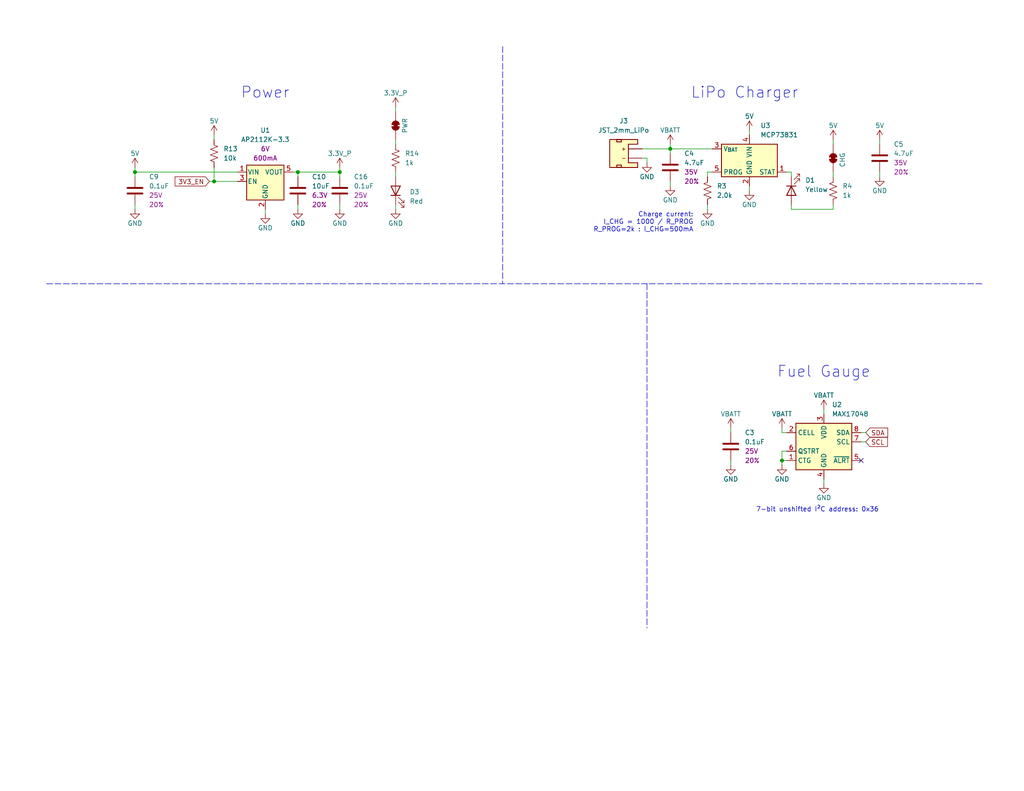
<source format=kicad_sch>
(kicad_sch (version 20231120) (generator "eeschema") (generator_version "8.0")
  (paper "USLetter")
  (lib_symbols
    (symbol "SparkFun-Capacitor:0.1uF_0603_25V_20%" (pin_numbers hide) (pin_names (offset 0.254))
      (property "Reference" "C" (at 0.635 2.54 0))
      (property "Value" "0.1uF" (at 0.635 -2.54 0))
      (property "Voltage" "25V" (at 0 -6.35 0))
      (property "Tolerance" "20%" (at 0 -8.89 0))
      (symbol "0.1uF_0603_25V_20%_0_1"
        (polyline (pts (xy -2.032 -0.762) (xy 2.032 -0.762)) (stroke (width 0.508)))
        (polyline (pts (xy -2.032 0.762) (xy 2.032 0.762)) (stroke (width 0.508)))
      )
      (symbol "0.1uF_0603_25V_20%_1_1"
        (pin passive line (at 0 3.81 270) (length 2.794) (name "~") (number "1"))
        (pin passive line (at 0 -3.81 90) (length 2.794) (name "~") (number "2"))
      )
    )
    (symbol "SparkFun-Capacitor:10uF_0603_6.3V_20%" (pin_numbers hide) (pin_names (offset 0.254))
      (property "Reference" "C" (at 0.635 2.54 0))
      (property "Value" "10uF" (at 0.635 -2.54 0))
      (property "Voltage" "6.3V" (at 0 -6.35 0))
      (property "Tolerance" "20%" (at 0 -8.89 0))
      (symbol "10uF_0603_6.3V_20%_0_1"
        (polyline (pts (xy -2.032 -0.762) (xy 2.032 -0.762)) (stroke (width 0.508)))
        (polyline (pts (xy -2.032 0.762) (xy 2.032 0.762)) (stroke (width 0.508)))
      )
      (symbol "10uF_0603_6.3V_20%_1_1"
        (pin passive line (at 0 3.81 270) (length 2.794) (name "~") (number "1"))
        (pin passive line (at 0 -3.81 90) (length 2.794) (name "~") (number "2"))
      )
    )
    (symbol "SparkFun-Capacitor:4.7uF_0603_35V_20%" (pin_numbers hide) (pin_names (offset 0.254))
      (property "Reference" "C" (at 0.635 2.54 0))
      (property "Value" "4.7uF" (at 0.635 -2.54 0))
      (property "Voltage" "35V" (at 0 -6.35 0))
      (property "Tolerance" "20%" (at 0 -8.89 0))
      (symbol "4.7uF_0603_35V_20%_0_1"
        (polyline (pts (xy -2.032 -0.762) (xy 2.032 -0.762)) (stroke (width 0.508)))
        (polyline (pts (xy -2.032 0.762) (xy 2.032 0.762)) (stroke (width 0.508)))
      )
      (symbol "4.7uF_0603_35V_20%_1_1"
        (pin passive line (at 0 3.81 270) (length 2.794) (name "~") (number "1"))
        (pin passive line (at 0 -3.81 90) (length 2.794) (name "~") (number "2"))
      )
    )
    (symbol "SparkFun-Connector:Conn_01x02_JST_2mm_LiPo" (pin_numbers hide) (pin_names (offset 1.016) hide)
      (property "Reference" "J" (at 0 5.08 0))
      (property "Value" "JST_2mm_LiPo" (at 0 -8.89 0))
      (symbol "Conn_01x02_JST_2mm_LiPo_1_1"
        (polyline (pts (xy -1.27 1.27) (xy -3.81 1.27) (xy -3.81 2.54) (xy 3.81 2.54) (xy 3.81 -5.08) (xy -3.81 -5.08) (xy -3.81 -3.81) (xy -1.27 -3.81) (xy -1.27 1.27)) (stroke (width 0.254)) (fill (type background)))
        (rectangle (start 0.635 -4.445) (end 1.905 -5.08) (stroke (width 0.254)))
        (rectangle (start 0.635 2.54) (end 1.905 1.905) (stroke (width 0.254)))
        (text "+" (at 0 0 0) (effects (font (size 1 1))))
        (text "-" (at 0 -2.54 0) (effects (font (size 1 1))))
        (pin passive line (at -5.08 -2.54 0) (length 3.81) (name "-") (number "1"))
        (pin passive line (at -5.08 0 0) (length 3.81) (name "+") (number "2"))
        (pin no_connect line (at 1.27 -1.27 0) (length 2.54) hide (name "NC1") (number "NC1"))
        (pin no_connect line (at 1.27 -1.27 0) (length 2.54) hide (name "NC2") (number "NC2"))
      )
    )
    (symbol "SparkFun-IC-Power:MAX17048"
      (property "Reference" "U" (at -6.35 7.62 0))
      (property "Value" "MAX17048" (at 2.54 7.62 0))
      (symbol "MAX17048_0_1"
        (rectangle (start -7.62 6.35) (end 7.62 -6.35) (stroke (width 0.254)) (fill (type background)))
      )
      (symbol "MAX17048_1_1"
        (pin input line (at -10.16 -3.81 0) (length 2.54) (name "CTG") (number "1"))
        (pin power_in line (at -10.16 3.81 0) (length 2.54) (name "CELL") (number "2"))
        (pin power_in line (at 0 8.89 270) (length 2.54) (name "VDD") (number "3"))
        (pin power_in line (at 0 -8.89 90) (length 2.54) (name "GND") (number "4"))
        (pin output line (at 10.16 -3.81 180) (length 2.54) (name "~{ALRT}") (number "5"))
        (pin input line (at -10.16 -1.27 0) (length 2.54) (name "QSTRT") (number "6"))
        (pin bidirectional line (at 10.16 1.27 180) (length 2.54) (name "SCL") (number "7"))
        (pin bidirectional line (at 10.16 3.81 180) (length 2.54) (name "SDA") (number "8"))
        (pin power_in line (at 0 -8.89 90) (length 2.54) hide (name "GND") (number "9"))
      )
    )
    (symbol "SparkFun-IC-Power:MCP73831"
      (property "Reference" "U" (at -7.62 6.35 0))
      (property "Value" "MCP73831" (at 1.27 6.35 0))
      (symbol "MCP73831_0_1"
        (rectangle (start -7.62 5.08) (end 7.62 -3.81) (stroke (width 0.254)) (fill (type background)))
      )
      (symbol "MCP73831_1_1"
        (pin output line (at -10.16 -2.54 0) (length 2.54) (name "STAT") (number "1"))
        (pin power_in line (at 0 -6.35 90) (length 2.54) (name "GND") (number "2"))
        (pin power_out line (at 10.16 3.81 180) (length 2.54) (name "V_{BAT}") (number "3"))
        (pin power_in line (at 0 7.62 270) (length 2.54) (name "VIN") (number "4"))
        (pin input line (at 10.16 -2.54 180) (length 2.54) (name "PROG") (number "5"))
      )
    )
    (symbol "SparkFun-Jumper:SolderJumper_2_Bridged" (pin_numbers hide) (pin_names (offset 0) hide)
      (property "Reference" "JP" (at 0 2.032 0))
      (property "Value" "~" (at 0 -2.54 0))
      (symbol "SolderJumper_2_Bridged_0_1"
        (rectangle (start -0.508 0.508) (end 0.508 -0.508) (fill (type outline)))
        (arc (start -0.254 1.016) (mid -1.2656 0) (end -0.254 -1.016))
        (arc (start -0.254 1.016) (mid -1.2656 0) (end -0.254 -1.016) (fill (type outline)))
        (polyline (pts (xy -0.254 1.016) (xy -0.254 -1.016)))
        (polyline (pts (xy 0.254 1.016) (xy 0.254 -1.016)))
        (arc (start 0.254 -1.016) (mid 1.2656 0) (end 0.254 1.016))
        (arc (start 0.254 -1.016) (mid 1.2656 0) (end 0.254 1.016) (fill (type outline)))
      )
      (symbol "SolderJumper_2_Bridged_1_1"
        (pin passive line (at -3.81 0 0) (length 2.54) (name "A") (number "1"))
        (pin passive line (at 3.81 0 180) (length 2.54) (name "B") (number "2"))
      )
    )
    (symbol "SparkFun-LED:LED_Red_0603" (pin_numbers hide) (pin_names (offset 1.016) hide)
      (property "Reference" "D" (at 0 2.54 0))
      (property "Value" "Red" (at 0 -2.54 0))
      (symbol "LED_Red_0603_0_1"
        (polyline (pts (xy -1.27 -1.27) (xy -1.27 1.27)) (stroke (width 0.254)))
        (polyline (pts (xy -1.27 0) (xy 1.27 0)))
        (polyline (pts (xy 1.27 -1.27) (xy 1.27 1.27) (xy -1.27 0) (xy 1.27 -1.27)) (stroke (width 0.254)))
        (polyline (pts (xy -3.048 -0.762) (xy -4.572 -2.286) (xy -3.81 -2.286) (xy -4.572 -2.286) (xy -4.572 -1.524)))
        (polyline (pts (xy -1.778 -0.762) (xy -3.302 -2.286) (xy -2.54 -2.286) (xy -3.302 -2.286) (xy -3.302 -1.524)))
      )
      (symbol "LED_Red_0603_1_1"
        (pin passive line (at -3.81 0 0) (length 2.54) (name "K") (number "1"))
        (pin passive line (at 3.81 0 180) (length 2.54) (name "A") (number "2"))
      )
    )
    (symbol "SparkFun-LED:LED_Yellow_0603" (pin_numbers hide) (pin_names (offset 1.016) hide)
      (property "Reference" "D" (at 0 2.54 0))
      (property "Value" "Yellow" (at 0 -2.54 0))
      (symbol "LED_Yellow_0603_0_1"
        (polyline (pts (xy -1.27 -1.27) (xy -1.27 1.27)) (stroke (width 0.254)))
        (polyline (pts (xy -1.27 0) (xy 1.27 0)))
        (polyline (pts (xy 1.27 -1.27) (xy 1.27 1.27) (xy -1.27 0) (xy 1.27 -1.27)) (stroke (width 0.254)))
        (polyline (pts (xy -3.048 -0.762) (xy -4.572 -2.286) (xy -3.81 -2.286) (xy -4.572 -2.286) (xy -4.572 -1.524)))
        (polyline (pts (xy -1.778 -0.762) (xy -3.302 -2.286) (xy -2.54 -2.286) (xy -3.302 -2.286) (xy -3.302 -1.524)))
      )
      (symbol "LED_Yellow_0603_1_1"
        (pin passive line (at -3.81 0 0) (length 2.54) (name "K") (number "1"))
        (pin passive line (at 3.81 0 180) (length 2.54) (name "A") (number "2"))
      )
    )
    (symbol "SparkFun-PowerSymbol:3.3V_P" (power) (pin_names (offset 0))
      (property "Value" "3.3V_P" (at 0 3.81 0))
      (symbol "3.3V_P_0_1"
        (polyline (pts (xy 0 0) (xy 0 2.54)))
        (polyline (pts (xy 0 2.54) (xy 0.762 1.27)))
      )
      (symbol "3.3V_P_1_1"
        (polyline (pts (xy -0.762 1.27) (xy 0 2.54)))
        (pin power_in line (at 0 0 90) (length 0) hide (name "3.3V_P") (number "1"))
      )
    )
    (symbol "SparkFun-PowerSymbol:5V" (power) (pin_names (offset 0))
      (property "Value" "5V" (at 0 3.81 0))
      (symbol "5V_0_1"
        (polyline (pts (xy -0.762 1.27) (xy 0 2.54)))
        (polyline (pts (xy 0 0) (xy 0 2.54)))
        (polyline (pts (xy 0 2.54) (xy 0.762 1.27)))
      )
      (symbol "5V_1_1"
        (pin power_in line (at 0 0 90) (length 0) hide (name "5V") (number "1"))
      )
    )
    (symbol "SparkFun-PowerSymbol:GND" (power) (pin_names (offset 0))
      (property "Value" "GND" (at 0 -3.81 0))
      (symbol "GND_0_1"
        (polyline (pts (xy 0 0) (xy 0 -1.27) (xy 1.27 -1.27) (xy 0 -2.54) (xy -1.27 -1.27) (xy 0 -1.27)))
      )
      (symbol "GND_1_1"
        (pin power_in line (at 0 0 270) (length 0) hide (name "GND") (number "1"))
      )
    )
    (symbol "SparkFun-PowerSymbol:VBATT" (power) (pin_names (offset 0))
      (property "Value" "VBATT" (at 0 3.81 0))
      (symbol "VBATT_0_1"
        (polyline (pts (xy -0.762 1.27) (xy 0 2.54)))
        (polyline (pts (xy 0 0) (xy 0 2.54)))
        (polyline (pts (xy 0 2.54) (xy 0.762 1.27)))
      )
      (symbol "VBATT_1_1"
        (pin power_in line (at 0 0 90) (length 0) hide (name "VBATT") (number "1"))
      )
    )
    (symbol "SparkFun-Regulator:AP2112K-3.3" (pin_names (offset 0.254))
      (property "Reference" "U3" (at 0 8.89 0))
      (property "Value" "AP2112K-3.3" (at 0 6.35 0))
      (symbol "AP2112K-3.3_1_1"
        (rectangle (start -5.08 4.445) (end 5.08 -5.08) (stroke (width 0.254)) (fill (type background)))
        (pin power_in line (at -7.62 2.54 0) (length 2.54) (name "VIN") (number "1"))
        (pin power_in line (at 0 -7.62 90) (length 2.54) (name "GND") (number "2"))
        (pin input line (at -7.62 0 0) (length 2.54) (name "EN") (number "3"))
        (pin no_connect line (at 5.08 0 180) (length 2.54) hide (name "NC") (number "4"))
        (pin power_out line (at 7.62 2.54 180) (length 2.54) (name "VOUT") (number "5"))
      )
    )
    (symbol "SparkFun-Resistor:10k_0603" (pin_numbers hide) (pin_names (offset 0))
      (property "Reference" "R" (at 0 -2.54 0))
      (property "Value" "10k" (at 0 2.54 0))
      (symbol "10k_0603_0_1"
        (polyline (pts (xy -2.286 0) (xy -2.54 0)))
        (polyline (pts (xy 2.286 0) (xy 2.54 0)))
        (polyline (pts (xy -0.762 0) (xy -1.143 -1.016) (xy -1.524 0) (xy -1.905 1.016) (xy -2.286 0)))
        (polyline (pts (xy 0.762 0) (xy 0.381 -1.016) (xy 0 0) (xy -0.381 1.016) (xy -0.762 0)))
        (polyline (pts (xy 2.286 0) (xy 1.905 -1.016) (xy 1.524 0) (xy 1.143 1.016) (xy 0.762 0)))
      )
      (symbol "10k_0603_1_1"
        (pin passive line (at 3.81 0 180) (length 1.27) (name "~") (number "1"))
        (pin passive line (at -3.81 0 0) (length 1.27) (name "~") (number "2"))
      )
    )
    (symbol "SparkFun-Resistor:1k_0603" (pin_numbers hide) (pin_names (offset 0))
      (property "Reference" "R" (at 0 -2.54 0))
      (property "Value" "1k" (at 0 2.54 0))
      (symbol "1k_0603_0_1"
        (polyline (pts (xy -2.286 0) (xy -2.54 0)))
        (polyline (pts (xy 2.286 0) (xy 2.54 0)))
        (polyline (pts (xy -0.762 0) (xy -1.143 -1.016) (xy -1.524 0) (xy -1.905 1.016) (xy -2.286 0)))
        (polyline (pts (xy 0.762 0) (xy 0.381 -1.016) (xy 0 0) (xy -0.381 1.016) (xy -0.762 0)))
        (polyline (pts (xy 2.286 0) (xy 1.905 -1.016) (xy 1.524 0) (xy 1.143 1.016) (xy 0.762 0)))
      )
      (symbol "1k_0603_1_1"
        (pin passive line (at 3.81 0 180) (length 1.27) (name "~") (number "1"))
        (pin passive line (at -3.81 0 0) (length 1.27) (name "~") (number "2"))
      )
    )
    (symbol "SparkFun-Resistor:2.0k_0603" (pin_numbers hide) (pin_names (offset 0))
      (property "Reference" "R" (at 0 -2.54 0))
      (property "Value" "2.0k" (at 0 2.54 0))
      (symbol "2.0k_0603_0_1"
        (polyline (pts (xy -2.286 0) (xy -2.54 0)))
        (polyline (pts (xy 2.286 0) (xy 2.54 0)))
        (polyline (pts (xy -0.762 0) (xy -1.143 -1.016) (xy -1.524 0) (xy -1.905 1.016) (xy -2.286 0)))
        (polyline (pts (xy 0.762 0) (xy 0.381 -1.016) (xy 0 0) (xy -0.381 1.016) (xy -0.762 0)))
        (polyline (pts (xy 2.286 0) (xy 1.905 -1.016) (xy 1.524 0) (xy 1.143 1.016) (xy 0.762 0)))
      )
      (symbol "2.0k_0603_1_1"
        (pin passive line (at 3.81 0 180) (length 1.27) (name "~") (number "1"))
        (pin passive line (at -3.81 0 0) (length 1.27) (name "~") (number "2"))
      )
    )
    (symbol "power:GND" (power) (pin_numbers hide) (pin_names (offset 0) hide)
      (property "Value" "GND" (at 0 -3.81 0))
      (symbol "GND_0_1"
        (polyline (pts (xy 0 0) (xy 0 -1.27) (xy 1.27 -1.27) (xy 0 -2.54) (xy -1.27 -1.27) (xy 0 -1.27)))
      )
      (symbol "GND_1_1"
        (pin power_in line (at 0 0 270) (length 0) (name "~") (number "1"))
      )
    )
  )
  (junction (at 81.28 46.99))
  (junction (at 182.88 40.64))
  (junction (at 36.83 46.99))
  (junction (at 213.36 125.73))
  (junction (at 58.42 49.53))
  (junction (at 92.71 46.99))
  (no_connect (at 234.95 125.73))
  (wire (pts (xy 176.53 43.18) (xy 175.26 43.18)))
  (wire (pts (xy 107.95 39.37) (xy 107.95 38.1)))
  (wire (pts (xy 58.42 49.53) (xy 58.42 45.72)))
  (wire (pts (xy 194.31 46.99) (xy 193.04 46.99)))
  (wire (pts (xy 57.15 49.53) (xy 58.42 49.53)))
  (wire (pts (xy 215.9 57.15) (xy 227.33 57.15)))
  (wire (pts (xy 240.03 48.26) (xy 240.03 46.99)))
  (wire (pts (xy 213.36 125.73) (xy 214.63 125.73)))
  (wire (pts (xy 72.39 57.15) (xy 72.39 58.42)))
  (wire (pts (xy 227.33 38.1) (xy 227.33 39.37)))
  (polyline (pts (xy 267.97 77.47) (xy 176.53 77.47)) (stroke (width 0) (type dash)))
  (wire (pts (xy 58.42 36.83) (xy 58.42 38.1)))
  (wire (pts (xy 92.71 55.88) (xy 92.71 57.15)))
  (wire (pts (xy 81.28 55.88) (xy 81.28 57.15)))
  (wire (pts (xy 204.47 35.56) (xy 204.47 36.83)))
  (wire (pts (xy 204.47 52.07) (xy 204.47 50.8)))
  (wire (pts (xy 36.83 46.99) (xy 64.77 46.99)))
  (wire (pts (xy 224.79 111.76) (xy 224.79 113.03)))
  (wire (pts (xy 36.83 45.72) (xy 36.83 46.99)))
  (wire (pts (xy 182.88 40.64) (xy 175.26 40.64)))
  (wire (pts (xy 214.63 123.19) (xy 213.36 123.19)))
  (polyline (pts (xy 137.16 12.7) (xy 137.16 77.47)) (stroke (width 0) (type dash)))
  (wire (pts (xy 176.53 44.45) (xy 176.53 43.18)))
  (wire (pts (xy 80.01 46.99) (xy 81.28 46.99)))
  (wire (pts (xy 182.88 39.37) (xy 182.88 40.64)))
  (wire (pts (xy 224.79 132.08) (xy 224.79 130.81)))
  (wire (pts (xy 107.95 29.21) (xy 107.95 30.48)))
  (wire (pts (xy 215.9 55.88) (xy 215.9 57.15)))
  (wire (pts (xy 214.63 118.11) (xy 213.36 118.11)))
  (wire (pts (xy 199.39 116.84) (xy 199.39 118.11)))
  (wire (pts (xy 240.03 38.1) (xy 240.03 39.37)))
  (wire (pts (xy 227.33 46.99) (xy 227.33 48.26)))
  (polyline (pts (xy 176.53 77.47) (xy 176.53 171.45)) (stroke (width 0) (type dash)))
  (wire (pts (xy 227.33 57.15) (xy 227.33 55.88)))
  (wire (pts (xy 213.36 116.84) (xy 213.36 118.11)))
  (wire (pts (xy 107.95 55.88) (xy 107.95 57.15)))
  (wire (pts (xy 199.39 127) (xy 199.39 125.73)))
  (wire (pts (xy 92.71 46.99) (xy 92.71 48.26)))
  (wire (pts (xy 58.42 49.53) (xy 64.77 49.53)))
  (wire (pts (xy 193.04 48.26) (xy 193.04 46.99)))
  (wire (pts (xy 81.28 46.99) (xy 92.71 46.99)))
  (wire (pts (xy 182.88 40.64) (xy 194.31 40.64)))
  (wire (pts (xy 182.88 40.64) (xy 182.88 41.91)))
  (wire (pts (xy 234.95 120.65) (xy 236.22 120.65)))
  (wire (pts (xy 215.9 46.99) (xy 215.9 48.26)))
  (wire (pts (xy 81.28 46.99) (xy 81.28 48.26)))
  (wire (pts (xy 213.36 125.73) (xy 213.36 127)))
  (wire (pts (xy 107.95 48.26) (xy 107.95 46.99)))
  (wire (pts (xy 234.95 118.11) (xy 236.22 118.11)))
  (wire (pts (xy 214.63 46.99) (xy 215.9 46.99)))
  (polyline (pts (xy 12.7 77.47) (xy 176.53 77.47)) (stroke (width 0) (type dash)))
  (wire (pts (xy 182.88 50.8) (xy 182.88 49.53)))
  (wire (pts (xy 36.83 46.99) (xy 36.83 48.26)))
  (wire (pts (xy 36.83 55.88) (xy 36.83 57.15)))
  (wire (pts (xy 92.71 45.72) (xy 92.71 46.99)))
  (wire (pts (xy 193.04 57.15) (xy 193.04 55.88)))
  (wire (pts (xy 213.36 123.19) (xy 213.36 125.73)))
  (text "Power\n" (at 72.39 25.4 0) (effects (font (size 3 3))))
  (text "Charge current:\nI_CHG = 1000 / R_PROG\nR_PROG=2k : I_CHG=500mA" (at 189.23 63.5 0) (effects (font (size 1.27 1.27)) (justify right bottom)))
  (text "LiPo Charger" (at 203.2 25.4 0) (effects (font (size 3 3))))
  (text "7-bit unshifted I²C address: 0x36\n" (at 206.248 139.954 0) (effects (font (size 1.27 1.27)) (justify left bottom)))
  (text "Fuel Gauge" (at 224.79 101.6 0) (effects (font (size 3 3))))
  (global_label "SDA" (shape input) (at 236.22 118.11 0) (property "Intersheetrefs" "${INTERSHEET_REFS}" (effects (hide yes))))
  (global_label "3V3_EN" (shape input) (at 57.15 49.53 180) (property "Intersheetrefs" "${INTERSHEET_REFS}" (effects (hide yes))))
  (global_label "SCL" (shape input) (at 236.22 120.65 0) (property "Intersheetrefs" "${INTERSHEET_REFS}" (effects (hide yes))))
  (symbol (lib_id "SparkFun-PowerSymbol:GND") (at 107.95 57.15 0) (unit 1)
    (property "Reference" "#PWR042" (effects (hide yes)))
    (property "Value" "GND" (at 107.95 60.96 0))
    (property "Description" "Power symbol creates a global label with name \"GND\" , ground" (effects (hide yes)))
  )
  (symbol (lib_id "SparkFun-IC-Power:MCP73831") (at 204.47 44.45 0) (mirror y) (unit 1)
    (property "Reference" "U3" (at 207.4865 34.29 0) (effects (justify right)))
    (property "Value" "MCP73831" (at 207.4865 36.83 0) (effects (justify right)))
    (property "Footprint" "SparkFun-Semiconductor-Standard:SOT23-5" (effects (hide yes)))
    (property "Datasheet" "http://ww1.microchip.com/downloads/en/DeviceDoc/20001984g.pdf" (effects (hide yes)))
    (property "Description" "Single cell, Li-Ion/Li-Po charge management controller, 4.50V, Tri-State Status Output, in SOT23-5 package" (effects (hide yes)))
    (property "PROD_ID" "IC-09995" (effects (hide yes)))
  )
  (symbol (lib_id "SparkFun-PowerSymbol:GND") (at 204.47 52.07 0) (mirror y) (unit 1)
    (property "Reference" "#PWR027" (effects (hide yes)))
    (property "Value" "GND" (at 204.47 55.88 0))
    (property "Description" "Power symbol creates a global label with name \"GND\" , ground" (effects (hide yes)))
  )
  (symbol (lib_id "SparkFun-Capacitor:4.7uF_0603_35V_20%") (at 182.88 45.72 0) (mirror y) (unit 1)
    (property "Reference" "C4" (at 186.69 41.9099 0) (effects (justify right)))
    (property "Value" "4.7uF" (at 186.69 44.4499 0) (effects (justify right)))
    (property "Footprint" "SparkFun-Capacitor:C_0603_1608Metric" (effects (hide yes)))
    (property "Datasheet" "https://cdn.sparkfun.com/assets/8/a/4/a/5/Kemet_Capacitor_Datasheet.pdf" (effects (hide yes)))
    (property "Description" "Unpolarized capacitor" (effects (hide yes)))
    (property "PROD_ID" "CAP-14106" (effects (hide yes)))
    (property "Voltage" "35V" (at 186.69 46.9899 0) (effects (justify right)))
    (property "Tolerance" "20%" (at 186.69 49.5299 0) (effects (justify right)))
  )
  (symbol (lib_id "SparkFun-PowerSymbol:3.3V_P") (at 92.71 45.72 0) (unit 1)
    (property "Reference" "#PWR034" (effects (hide yes)))
    (property "Value" "3.3V_P" (at 92.71 41.91 0))
    (property "Description" "Power symbol creates a global label with name \"3.3V_P\"" (effects (hide yes)))
  )
  (symbol (lib_id "SparkFun-LED:LED_Yellow_0603") (at 215.9 52.07 90) (mirror x) (unit 1)
    (property "Reference" "D1" (at 219.71 49.2124 90) (effects (justify right)))
    (property "Value" "Yellow" (at 219.71 51.7524 90) (effects (justify right)))
    (property "Footprint" "SparkFun-LED:LED_0603_1608Metric_Yellow" (effects (hide yes)))
    (property "Datasheet" "https://www.kingbrightusa.com/images/catalog/SPEC/APT1608SYCK.pdf" (effects (hide yes)))
    (property "Description" "Light emitting diode" (effects (hide yes)))
    (property "PROD_ID" "DIO-09003" (effects (hide yes)))
  )
  (symbol (lib_id "SparkFun-Capacitor:10uF_0603_6.3V_20%") (at 81.28 52.07 0) (unit 1)
    (property "Reference" "C10" (at 85.09 48.2599 0) (effects (justify left)))
    (property "Value" "10uF" (at 85.09 50.7999 0) (effects (justify left)))
    (property "Footprint" "SparkFun-Capacitor:C_0603_1608Metric" (effects (hide yes)))
    (property "Datasheet" "https://cdn.sparkfun.com/assets/8/a/4/a/5/Kemet_Capacitor_Datasheet.pdf" (effects (hide yes)))
    (property "Description" "Unpolarized capacitor" (effects (hide yes)))
    (property "PROD_ID" "CAP-11015" (effects (hide yes)))
    (property "Voltage" "6.3V" (at 85.09 53.3399 0) (effects (justify left)))
    (property "Tolerance" "20%" (at 85.09 55.8799 0) (effects (justify left)))
  )
  (symbol (lib_id "power:GND") (at 224.79 132.08 0) (unit 1)
    (property "Reference" "#PWR018" (effects (hide yes)))
    (property "Value" "GND" (at 224.79 135.89 0))
    (property "Description" "Power symbol creates a global label with name \"GND\" , ground" (effects (hide yes)))
  )
  (symbol (lib_id "power:GND") (at 199.39 127 0) (unit 1)
    (property "Reference" "#PWR014" (effects (hide yes)))
    (property "Value" "GND" (at 199.39 130.81 0))
    (property "Description" "Power symbol creates a global label with name \"GND\" , ground" (effects (hide yes)))
  )
  (symbol (lib_id "SparkFun-Capacitor:0.1uF_0603_25V_20%") (at 199.39 121.92 0) (unit 1)
    (property "Reference" "C3" (at 203.2 118.1099 0) (effects (justify left)))
    (property "Value" "0.1uF" (at 203.2 120.6499 0) (effects (justify left)))
    (property "Footprint" "SparkFun-Capacitor:C_0603_1608Metric" (effects (hide yes)))
    (property "Datasheet" "https://cdn.sparkfun.com/assets/8/a/4/a/5/Kemet_Capacitor_Datasheet.pdf" (effects (hide yes)))
    (property "Description" "Unpolarized capacitor" (effects (hide yes)))
    (property "PROD_ID" "CAP-00810" (effects (hide yes)))
    (property "Voltage" "25V" (at 203.2 123.1899 0) (effects (justify left)))
    (property "Tolerance" "20%" (at 203.2 125.7299 0) (effects (justify left)))
  )
  (symbol (lib_id "SparkFun-Capacitor:4.7uF_0603_35V_20%") (at 240.03 43.18 0) (mirror y) (unit 1)
    (property "Reference" "C5" (at 243.84 39.3699 0) (effects (justify right)))
    (property "Value" "4.7uF" (at 243.84 41.9099 0) (effects (justify right)))
    (property "Footprint" "SparkFun-Capacitor:C_0603_1608Metric" (effects (hide yes)))
    (property "Datasheet" "https://cdn.sparkfun.com/assets/8/a/4/a/5/Kemet_Capacitor_Datasheet.pdf" (effects (hide yes)))
    (property "Description" "Unpolarized capacitor" (effects (hide yes)))
    (property "PROD_ID" "CAP-14106" (effects (hide yes)))
    (property "Voltage" "35V" (at 243.84 44.4499 0) (effects (justify right)))
    (property "Tolerance" "20%" (at 243.84 46.9899 0) (effects (justify right)))
  )
  (symbol (lib_id "SparkFun-PowerSymbol:GND") (at 92.71 57.15 0) (unit 1)
    (property "Reference" "#PWR036" (effects (hide yes)))
    (property "Value" "GND" (at 92.71 60.96 0))
    (property "Description" "Power symbol creates a global label with name \"GND\" , ground" (effects (hide yes)))
  )
  (symbol (lib_id "SparkFun-PowerSymbol:5V") (at 58.42 36.83 0) (unit 1)
    (property "Reference" "#PWR011" (effects (hide yes)))
    (property "Value" "5V" (at 58.42 33.02 0))
    (property "Description" "Power symbol creates a global label with name \"5V\"" (effects (hide yes)))
  )
  (symbol (lib_id "SparkFun-Capacitor:0.1uF_0603_25V_20%") (at 36.83 52.07 0) (unit 1)
    (property "Reference" "C9" (at 40.64 48.26 0) (effects (justify left)))
    (property "Value" "0.1uF" (at 40.64 50.8 0) (effects (justify left)))
    (property "Footprint" "SparkFun-Capacitor:C_0603_1608Metric" (effects (hide yes)))
    (property "Datasheet" "https://cdn.sparkfun.com/assets/8/a/4/a/5/Kemet_Capacitor_Datasheet.pdf" (effects (hide yes)))
    (property "Description" "Unpolarized capacitor" (effects (hide yes)))
    (property "PROD_ID" "CAP-00810" (effects (hide yes)))
    (property "Voltage" "25V" (at 40.64 53.34 0) (effects (justify left)))
    (property "Tolerance" "20%" (at 40.64 55.88 0) (effects (justify left)))
  )
  (symbol (lib_id "SparkFun-PowerSymbol:5V") (at 227.33 38.1 0) (unit 1)
    (property "Reference" "#PWR043" (effects (hide yes)))
    (property "Value" "5V" (at 227.33 34.29 0))
    (property "Description" "Power symbol creates a global label with name \"5V\"" (effects (hide yes)))
  )
  (symbol (lib_id "SparkFun-PowerSymbol:VBATT") (at 199.39 116.84 0) (unit 1)
    (property "Reference" "#PWR013" (effects (hide yes)))
    (property "Value" "VBATT" (at 199.39 113.03 0))
    (property "Description" "Power symbol creates a global label with name \"VBATT\"" (effects (hide yes)))
  )
  (symbol (lib_id "SparkFun-Resistor:1k_0603") (at 107.95 43.18 90) (unit 1)
    (property "Reference" "R14" (at 110.49 41.9099 90) (effects (justify right)))
    (property "Value" "1k" (at 110.49 44.4499 90) (effects (justify right)))
    (property "Footprint" "SparkFun-Resistor:R_0603_1608Metric" (effects (hide yes)))
    (property "Datasheet" "https://www.vishay.com/docs/20035/dcrcwe3.pdf" (effects (hide yes)))
    (property "Description" "Resistor" (effects (hide yes)))
    (property "PROD_ID" "RES-07856" (effects (hide yes)))
  )
  (symbol (lib_id "SparkFun-PowerSymbol:VBATT") (at 213.36 116.84 0) (unit 1)
    (property "Reference" "#PWR015" (effects (hide yes)))
    (property "Value" "VBATT" (at 213.36 113.03 0))
    (property "Description" "Power symbol creates a global label with name \"VBATT\"" (effects (hide yes)))
  )
  (symbol (lib_id "SparkFun-PowerSymbol:GND") (at 72.39 58.42 0) (unit 1)
    (property "Reference" "#PWR028" (effects (hide yes)))
    (property "Value" "GND" (at 72.39 62.23 0))
    (property "Description" "Power symbol creates a global label with name \"GND\" , ground" (effects (hide yes)))
  )
  (symbol (lib_id "SparkFun-PowerSymbol:5V") (at 204.47 35.56 0) (unit 1)
    (property "Reference" "#PWR026" (effects (hide yes)))
    (property "Value" "5V" (at 204.47 31.75 0))
    (property "Description" "Power symbol creates a global label with name \"5V\"" (effects (hide yes)))
  )
  (symbol (lib_id "SparkFun-IC-Power:MAX17048") (at 224.79 121.92 0) (unit 1)
    (property "Reference" "U2" (at 226.9841 110.49 0) (effects (justify left)))
    (property "Value" "MAX17048" (at 226.9841 113.03 0) (effects (justify left)))
    (property "Footprint" "SparkFun-Semiconductor-Standard:DFN-8" (effects (hide yes)))
    (property "Datasheet" "https://www.analog.com/media/en/technical-documentation/data-sheets/MAX17048-MAX17049.pdf" (effects (hide yes)))
    (property "Description" "Fuela Gauge IC for Batteries" (effects (hide yes)))
    (property "PROD_ID" "IC-12551" (effects (hide yes)))
  )
  (symbol (lib_id "SparkFun-PowerSymbol:VBATT") (at 224.79 111.76 0) (unit 1)
    (property "Reference" "#PWR017" (effects (hide yes)))
    (property "Value" "VBATT" (at 224.79 107.95 0))
    (property "Description" "Power symbol creates a global label with name \"VBATT\"" (effects (hide yes)))
  )
  (symbol (lib_id "SparkFun-Jumper:SolderJumper_2_Bridged") (at 227.33 43.18 270) (mirror x) (unit 1)
    (property "Reference" "JP1" (effects (hide yes)))
    (property "Value" "CHG" (at 229.87 45.72 0) (effects (justify left)))
    (property "Footprint" "SparkFun-Jumper:Jumper_2_NC_Trace" (effects (hide yes)))
    (property "Description" "Solder Jumper, 2-pole, closed/bridged" (effects (hide yes)))
  )
  (symbol (lib_id "SparkFun-Capacitor:0.1uF_0603_25V_20%") (at 92.71 52.07 0) (unit 1)
    (property "Reference" "C16" (at 96.52 48.2599 0) (effects (justify left)))
    (property "Value" "0.1uF" (at 96.52 50.7999 0) (effects (justify left)))
    (property "Footprint" "SparkFun-Capacitor:C_0603_1608Metric" (effects (hide yes)))
    (property "Datasheet" "https://cdn.sparkfun.com/assets/8/a/4/a/5/Kemet_Capacitor_Datasheet.pdf" (effects (hide yes)))
    (property "Description" "Unpolarized capacitor" (effects (hide yes)))
    (property "PROD_ID" "CAP-00810" (effects (hide yes)))
    (property "Voltage" "25V" (at 96.52 53.3399 0) (effects (justify left)))
    (property "Tolerance" "20%" (at 96.52 55.8799 0) (effects (justify left)))
  )
  (symbol (lib_id "power:GND") (at 213.36 127 0) (unit 1)
    (property "Reference" "#PWR016" (effects (hide yes)))
    (property "Value" "GND" (at 213.36 130.81 0))
    (property "Description" "Power symbol creates a global label with name \"GND\" , ground" (effects (hide yes)))
  )
  (symbol (lib_id "SparkFun-Connector:Conn_01x02_JST_2mm_LiPo") (at 170.18 40.64 0) (mirror y) (unit 1)
    (property "Reference" "J3" (at 170.18 33.02 0))
    (property "Value" "JST_2mm_LiPo" (at 170.18 35.56 0))
    (property "Footprint" "SparkFun-Connector:JST_SMD_2.0mm-2" (effects (hide yes)))
    (property "Description" "2 Pin 2mm JST Battery Connector" (effects (hide yes)))
    (property "PROD_ID" "CONN-11443" (effects (hide yes)))
  )
  (symbol (lib_id "SparkFun-PowerSymbol:5V") (at 36.83 45.72 0) (unit 1)
    (property "Reference" "#PWR06" (effects (hide yes)))
    (property "Value" "5V" (at 36.83 41.91 0))
    (property "Description" "Power symbol creates a global label with name \"5V\"" (effects (hide yes)))
  )
  (symbol (lib_id "SparkFun-PowerSymbol:GND") (at 36.83 57.15 0) (unit 1)
    (property "Reference" "#PWR010" (effects (hide yes)))
    (property "Value" "GND" (at 36.83 60.96 0))
    (property "Description" "Power symbol creates a global label with name \"GND\" , ground" (effects (hide yes)))
  )
  (symbol (lib_id "SparkFun-Regulator:AP2112K-3.3") (at 72.39 49.53 0) (unit 1)
    (property "Reference" "U1" (at 72.39 35.56 0))
    (property "Value" "AP2112K-3.3" (at 72.39 38.1 0))
    (property "Footprint" "SparkFun-Semiconductor-Standard:SOT23-5" (effects (hide yes)))
    (property "Datasheet" "https://www.diodes.com/assets/Datasheets/AP2112.pdf" (effects (hide yes)))
    (property "Description" "600mA low dropout linear regulator, with enable pin, 3.8V-6V input voltage range, 3.3V fixed positive output, SOT-23-5" (effects (hide yes)))
    (property "PROD_ID" "VREG-12457" (effects (hide yes)))
    (property "VMax" "6V" (at 72.39 40.64 0))
    (property "Imax" "600mA" (at 72.39 43.18 0))
    (property "Iq" "55µA" (effects (hide yes)))
  )
  (symbol (lib_id "SparkFun-PowerSymbol:VBATT") (at 182.88 39.37 0) (mirror y) (unit 1)
    (property "Reference" "#PWR023" (effects (hide yes)))
    (property "Value" "VBATT" (at 182.88 35.56 0))
    (property "Description" "Power symbol creates a global label with name \"VBATT\"" (effects (hide yes)))
  )
  (symbol (lib_id "SparkFun-Resistor:2.0k_0603") (at 193.04 52.07 270) (mirror x) (unit 1)
    (property "Reference" "R3" (at 195.58 50.7999 90) (effects (justify left)))
    (property "Value" "2.0k" (at 195.58 53.3399 90) (effects (justify left)))
    (property "Footprint" "SparkFun-Resistor:R_0603_1608Metric" (effects (hide yes)))
    (property "Datasheet" "https://www.vishay.com/docs/20035/dcrcwe3.pdf" (effects (hide yes)))
    (property "Description" "Resistor" (effects (hide yes)))
    (property "PROD_ID" "RES-08296" (effects (hide yes)))
  )
  (symbol (lib_id "SparkFun-Resistor:10k_0603") (at 58.42 41.91 90) (unit 1)
    (property "Reference" "R13" (at 60.96 40.6399 90) (effects (justify right)))
    (property "Value" "10k" (at 60.96 43.1799 90) (effects (justify right)))
    (property "Footprint" "SparkFun-Resistor:R_0603_1608Metric" (effects (hide yes)))
    (property "Datasheet" "https://www.vishay.com/docs/20035/dcrcwe3.pdf" (effects (hide yes)))
    (property "Description" "Resistor" (effects (hide yes)))
    (property "PROD_ID" "RES-00824" (effects (hide yes)))
  )
  (symbol (lib_id "SparkFun-LED:LED_Red_0603") (at 107.95 52.07 90) (unit 1)
    (property "Reference" "D3" (at 111.76 52.3875 90) (effects (justify right)))
    (property "Value" "Red" (at 111.76 54.9275 90) (effects (justify right)))
    (property "Footprint" "SparkFun-LED:LED_0603_1608Metric_Red" (effects (hide yes)))
    (property "Datasheet" "https://docs.broadcom.com/docs/AV02-0551EN" (effects (hide yes)))
    (property "Description" "Light emitting diode" (effects (hide yes)))
    (property "PROD_ID" "DIO-17976" (effects (hide yes)))
  )
  (symbol (lib_id "SparkFun-PowerSymbol:5V") (at 240.03 38.1 0) (unit 1)
    (property "Reference" "#PWR044" (effects (hide yes)))
    (property "Value" "5V" (at 240.03 34.29 0))
    (property "Description" "Power symbol creates a global label with name \"5V\"" (effects (hide yes)))
  )
  (symbol (lib_id "SparkFun-Jumper:SolderJumper_2_Bridged") (at 107.95 34.29 90) (unit 1)
    (property "Reference" "JP3" (effects (hide yes)))
    (property "Value" "PWR" (at 110.49 34.29 0))
    (property "Footprint" "SparkFun-Jumper:Jumper_2_NC_Trace" (effects (hide yes)))
    (property "Description" "Solder Jumper, 2-pole, closed/bridged" (effects (hide yes)))
  )
  (symbol (lib_id "SparkFun-PowerSymbol:GND") (at 240.03 48.26 0) (mirror y) (unit 1)
    (property "Reference" "#PWR052" (effects (hide yes)))
    (property "Value" "GND" (at 240.03 52.07 0))
    (property "Description" "Power symbol creates a global label with name \"GND\" , ground" (effects (hide yes)))
  )
  (symbol (lib_id "SparkFun-PowerSymbol:GND") (at 176.53 44.45 0) (mirror y) (unit 1)
    (property "Reference" "#PWR020" (effects (hide yes)))
    (property "Value" "GND" (at 176.53 48.26 0))
    (property "Description" "Power symbol creates a global label with name \"GND\" , ground" (effects (hide yes)))
  )
  (symbol (lib_id "SparkFun-PowerSymbol:GND") (at 81.28 57.15 0) (unit 1)
    (property "Reference" "#PWR031" (effects (hide yes)))
    (property "Value" "GND" (at 81.28 60.96 0))
    (property "Description" "Power symbol creates a global label with name \"GND\" , ground" (effects (hide yes)))
  )
  (symbol (lib_id "SparkFun-PowerSymbol:GND") (at 193.04 57.15 0) (mirror y) (unit 1)
    (property "Reference" "#PWR025" (effects (hide yes)))
    (property "Value" "GND" (at 193.04 60.96 0))
    (property "Description" "Power symbol creates a global label with name \"GND\" , ground" (effects (hide yes)))
  )
  (symbol (lib_id "SparkFun-Resistor:1k_0603") (at 227.33 52.07 90) (mirror x) (unit 1)
    (property "Reference" "R4" (at 229.87 50.7999 90) (effects (justify right)))
    (property "Value" "1k" (at 229.87 53.3399 90) (effects (justify right)))
    (property "Footprint" "SparkFun-Resistor:R_0603_1608Metric" (effects (hide yes)))
    (property "Datasheet" "https://www.vishay.com/docs/20035/dcrcwe3.pdf" (effects (hide yes)))
    (property "Description" "Resistor" (effects (hide yes)))
    (property "PROD_ID" "RES-07856" (effects (hide yes)))
  )
  (symbol (lib_id "SparkFun-PowerSymbol:GND") (at 182.88 50.8 0) (mirror y) (unit 1)
    (property "Reference" "#PWR024" (effects (hide yes)))
    (property "Value" "GND" (at 182.88 54.61 0))
    (property "Description" "Power symbol creates a global label with name \"GND\" , ground" (effects (hide yes)))
  )
  (symbol (lib_id "SparkFun-PowerSymbol:3.3V_P") (at 107.95 29.21 0) (unit 1)
    (property "Reference" "#PWR041" (effects (hide yes)))
    (property "Value" "3.3V_P" (at 107.95 25.4 0))
    (property "Description" "Power symbol creates a global label with name \"3.3V_P\"" (effects (hide yes)))
  )
)
</source>
